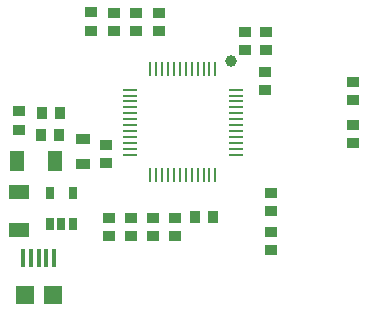
<source format=gtp>
G04*
G04 #@! TF.GenerationSoftware,Altium Limited,Altium Designer,19.0.15 (446)*
G04*
G04 Layer_Color=8421504*
%FSLAX24Y24*%
%MOIN*%
G70*
G01*
G75*
%ADD15C,0.0394*%
%ADD16R,0.0394X0.0354*%
%ADD17R,0.0098X0.0472*%
%ADD18R,0.0472X0.0098*%
%ADD19R,0.0472X0.0098*%
%ADD20R,0.0098X0.0472*%
%ADD21R,0.0512X0.0354*%
%ADD22R,0.0354X0.0394*%
%ADD23R,0.0472X0.0709*%
%ADD24R,0.0709X0.0472*%
%ADD25R,0.0591X0.0591*%
%ADD26R,0.0157X0.0630*%
%ADD27R,0.0276X0.0394*%
D15*
X12400Y8298D02*
D03*
D16*
X10000Y9900D02*
D03*
Y9300D02*
D03*
X9250Y9900D02*
D03*
Y9300D02*
D03*
X8499Y9900D02*
D03*
Y9300D02*
D03*
X7750Y9905D02*
D03*
Y9295D02*
D03*
X12857Y8650D02*
D03*
Y9250D02*
D03*
X13579D02*
D03*
Y8650D02*
D03*
X13550Y7317D02*
D03*
Y7917D02*
D03*
X16467Y7000D02*
D03*
Y7600D02*
D03*
X16469Y6150D02*
D03*
Y5550D02*
D03*
X13729Y3886D02*
D03*
Y3286D02*
D03*
Y2000D02*
D03*
Y2600D02*
D03*
X8250Y5500D02*
D03*
Y4900D02*
D03*
X5322Y6605D02*
D03*
Y5995D02*
D03*
X9787Y3050D02*
D03*
Y2450D02*
D03*
X8349Y3050D02*
D03*
Y2450D02*
D03*
X9068Y3050D02*
D03*
Y2450D02*
D03*
X10521Y3050D02*
D03*
Y2450D02*
D03*
D17*
X10899Y4478D02*
D03*
X11095Y4478D02*
D03*
X10701Y4478D02*
D03*
X10505Y4478D02*
D03*
X11292D02*
D03*
X11489D02*
D03*
X11686D02*
D03*
X11883D02*
D03*
X10308D02*
D03*
X10111D02*
D03*
X9717D02*
D03*
X9914D02*
D03*
D18*
X9028Y5364D02*
D03*
Y7333D02*
D03*
X9028Y7136D02*
D03*
Y6939D02*
D03*
X9028Y6742D02*
D03*
X9028Y6545D02*
D03*
X9028Y6349D02*
D03*
X9028Y6151D02*
D03*
X9028Y5955D02*
D03*
Y5758D02*
D03*
X9028Y5561D02*
D03*
Y5167D02*
D03*
D19*
X12572Y5955D02*
D03*
X12572Y6151D02*
D03*
Y5758D02*
D03*
X12572Y5561D02*
D03*
Y5364D02*
D03*
X12572Y5167D02*
D03*
X12572Y6348D02*
D03*
X12572Y6545D02*
D03*
Y6742D02*
D03*
X12572Y6939D02*
D03*
Y7136D02*
D03*
X12572Y7333D02*
D03*
D20*
X11292Y8022D02*
D03*
X11883D02*
D03*
X11686Y8022D02*
D03*
X11489D02*
D03*
X11095Y8022D02*
D03*
X10899D02*
D03*
X10701Y8022D02*
D03*
X10505Y8022D02*
D03*
X10308D02*
D03*
X10111D02*
D03*
X9914Y8022D02*
D03*
X9717Y8022D02*
D03*
D21*
X7468Y4850D02*
D03*
Y5677D02*
D03*
D22*
X6081Y5831D02*
D03*
X6681D02*
D03*
X6700Y6550D02*
D03*
X6100D02*
D03*
X11200Y3078D02*
D03*
X11800D02*
D03*
D23*
X5281Y4942D02*
D03*
X6541D02*
D03*
D24*
X5350Y2665D02*
D03*
Y3925D02*
D03*
D25*
X6468Y497D02*
D03*
X5523D02*
D03*
D26*
X5483Y1715D02*
D03*
X5739D02*
D03*
X5995D02*
D03*
X6251D02*
D03*
X6507D02*
D03*
D27*
X7126Y3872D02*
D03*
Y2853D02*
D03*
X6378D02*
D03*
X6752D02*
D03*
X6378Y3872D02*
D03*
M02*

</source>
